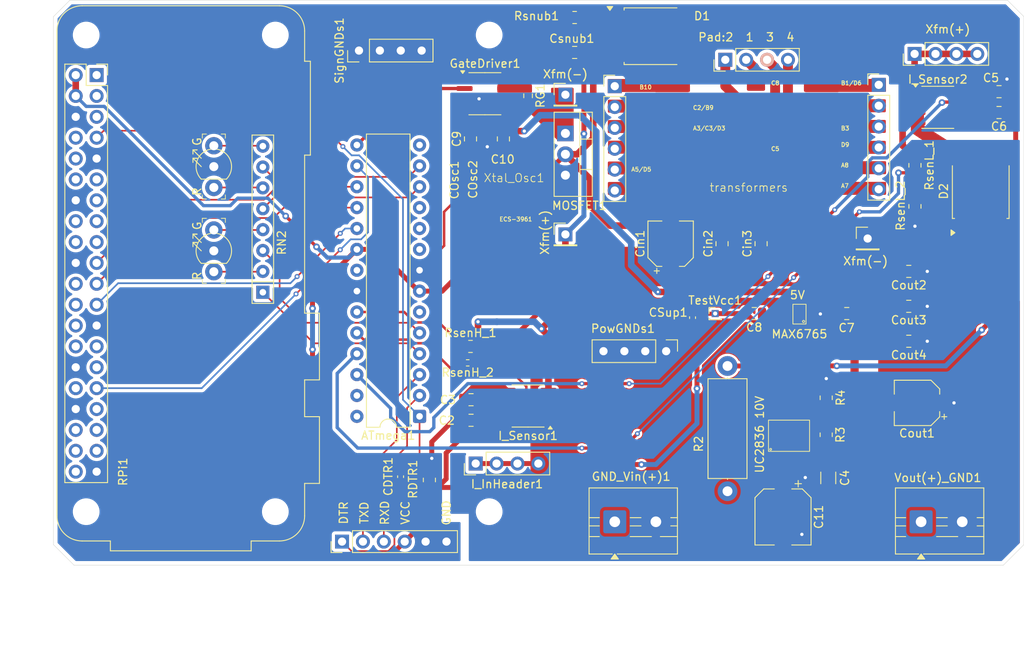
<source format=kicad_pcb>
(kicad_pcb (version 20241229) (generator "pcbnew") (generator_version "9.0")
  (title_block (title "EV Microgrid Flyback Converter ") (company "Cal Poly, Senior Project"))
  (layers (0 "F.Cu" signal) (2 "B.Cu" signal) (13 "F.Paste" user) (15 "B.Paste" user) (5 "F.SilkS" user "F.Silkscreen") (7 "B.SilkS" user "B.Silkscreen") (1 "F.Mask" user) (3 "B.Mask" user) (25 "Edge.Cuts" user))
  (net 0 "")
  (net 1 "/+5Vcc")
  (net 2 "AGND")
  (net 3 "Net-(I_Sensor1-FILTER)")
  (net 4 "PGND")
  (net 5 "/+10Vcc")
  (net 6 "Net-(I_Sensor2-FILTER)")
  (net 7 "Net-(MAX6765-ENABLE)")
  (net 8 "Net-(MAX6765-OUT)")
  (net 9 "/DTR")
  (net 10 "/!Reset")
  (net 11 "Net-(D1-A)")
  (net 12 "/Vin(+)")
  (net 13 "/Vout(+)")
  (net 14 "Net-(D1-K)")
  (net 15 "Net-(D2-A)")
  (net 17 "/PWM")
  (net 19 "Net-(GateDriver1-~{OUT_A})")
  (net 22 "Net-(I_outHeader1-Pin_1)")
  (net 23 "Net-(T1-AA)")
  (net 24 "/IH")
  (net 25 "/IL")
  (net 26 "Net-(UC2836_10V1-Shutdown)")
  (net 27 "/Red1")
  (net 28 "/Green1")
  (net 29 "Net-(D3-A1)")
  (net 30 "Net-(D3-A2)")
  (net 31 "Net-(D4-A2)")
  (net 32 "/Red2")
  (net 33 "/Green2")
  (net 34 "Net-(D4-A1)")
  (net 35 "/VH")
  (net 37 "/VL")
  (net 38 "/SCLK")
  (net 39 "Net-(ATmega1-XTAL1{slash}PB6)")
  (net 40 "Net-(ATmega1-XTAL2{slash}PB7)")
  (net 41 "unconnected-(ATmega1-AREF-Pad21)")
  (net 42 "/!SS")
  (net 43 "/MOSI")
  (net 44 "/RXD")
  (net 46 "/TXD")
  (net 47 "/ProReset")
  (net 48 "/MISO")
  (net 49 "Net-(UC2836_10V1-Driver_Sink)")
  (net 50 "Net-(UC2836_10V1-Feedback)")
  (net 52 "unconnected-(ATmega1-PC4-Pad27)")
  (net 53 "unconnected-(ATmega1-PB0-Pad14)")
  (net 66 "Net-(RPi1-3V3-Pad1)")
  (net 81 "Net-(MOSFET1-G)")
  (footprint "Capacitor_SMD:C_0201_0603Metric" (layer "F.Cu") (at 136.01 80.13 -90)
    (property "Reference" "COsc2")
    (property "Value" "22pF" (hide yes))
  )
  (footprint "Capacitor_SMD:C_0805_2012Metric" (layer "F.Cu") (at 170.21 93.13 180)
    (property "Reference" "C8")
    (property "Value" "0.1u" (hide yes))
  )
  (footprint "Capacitor_SMD:C_0805_2012Metric" (layer "F.Cu") (at 189 92.25 180)
    (property "Reference" "Cout3")
    (property "Value" "5u" (hide yes))
  )
  (footprint "Capacitor_SMD:C_0201_0603Metric" (layer "F.Cu") (at 133.75 80.13 -90)
    (property "Reference" "COsc1")
    (property "Value" "22pF" (hide yes))
  )
  (footprint "Resistor_SMD:R_0805_2012Metric" (layer "F.Cu") (at 178.96 103.38 -90)
    (property "Reference" "R4")
    (property "Value" "2.5k" (hide yes))
  )
  (footprint "Connector_PinHeader_2.54mm:PinHeader_1x01_P2.54mm_Vertical" (layer "F.Cu") (at 184 84)
    (property "Reference" "REF**" (hide yes))
    (property "Value" "PinHeader_1x01_P2.54mm_Vertical" (hide yes))
  )
  (footprint "Capacitor_SMD:C_0805_2012Metric" (layer "F.Cu") (at 189 88 180)
    (property "Reference" "Cout2")
    (property "Value" "5u" (hide yes))
  )
  (footprint "Resistor_SMD:R_0805_2012Metric" (layer "F.Cu") (at 130.71 113.38 -90)
    (property "Reference" "RDTR1")
    (property "Value" "10k" (hide yes))
  )
  (footprint "Capacitor_SMD:C_0805_2012Metric" (layer "F.Cu") (at 166.294415 84.63 90)
    (property "Reference" "Cin2")
    (property "Value" "5u" (hide yes))
  )
  (footprint "FlybackSpecialtyComps:LED_3pin_P2.54mm" (layer "F.Cu") (at 104.5 77.79 90)
    (property "Reference" "D4" (hide yes))
    (property "Value" "LED_Dual_AKA" (hide yes))
  )
  (footprint "Capacitor_SMD:C_0805_2012Metric" (layer "F.Cu") (at 189 96.5 180)
    (property "Reference" "Cout4")
    (property "Value" "5u" (hide yes))
  )
  (footprint "Package_SO:SOIC-8_3.9x4.9mm_P1.27mm" (layer "F.Cu") (at 192.525 68.035)
    (property "Reference" "I_Sensor2")
    (property "Value" "ACS712xLCTR-05B" (hide yes))
  )
  (footprint "Package_SO:SOIC-8_3.9x4.9mm_P1.27mm" (layer "F.Cu") (at 137.46 66.38)
    (property "Reference" "GateDriver1")
    (property "Value" "TC4426xOA" (hide yes))
  )
  (footprint "Connector_PinHeader_1.00mm:PinHeader_1x01_P1.00mm_Vertical" (layer "F.Cu") (at 165.46 93.13)
    (property "Reference" "TestVcc1")
    (property "Value" "Conn_01x01_Pin" (hide yes))
  )
  (footprint "FlybackSpecialtyComps:transformers" (layer "F.Cu") (at 160.21 65.38)
    (property "Reference" "T1" (hide yes))
    (property "Value" "Transformer_1P_1S" (hide yes))
  )
  (footprint "Capacitor_SMD:CP_Elec_5x4.5" (layer "F.Cu") (at 160.044415 84.63 90)
    (property "Reference" "Cin1")
    (property "Value" "10u" (hide yes))
  )
  (footprint "Package_TO_SOT_SMD:TO-252-3_TabPin2" (layer "F.Cu") (at 197.75 78.25 90)
    (property "Reference" "D2")
    (property "Value" "D" (hide yes))
  )
  (footprint "Resistor_THT:R_Array_SIP8" (layer "F.Cu") (at 110.46 90.54 90)
    (property "Reference" "RN2")
    (property "Value" "R_Pack04_SIP" (hide yes))
  )
  (footprint "Resistor_SMD:R_0805_2012Metric" (layer "F.Cu") (at 148.3725 57.105)
    (property "Reference" "Rsnub1")
    (property "Value" "110" (hide yes))
  )
  (footprint "Capacitor_SMD:C_0805_2012Metric" (layer "F.Cu") (at 135.71 71.88 90)
    (property "Reference" "C9")
    (property "Value" "10u" (hide yes))
  )
  (footprint "Connector_PinHeader_2.54mm:PinHeader_1x04_P2.54mm_Vertical" (layer "F.Cu") (at 136.34 111.38 90)
    (property "Reference" "I_InHeader1")
    (property "Value" "Conn_01x04_Pin" (hide yes))
  )
  (footprint "Capacitor_SMD:C_0805_2012Metric" (layer "F.Cu") (at 181.46 93.13)
    (property "Reference" "C7")
    (property "Value" "10u" (hide yes))
  )
  (footprint "Capacitor_SMD:C_0805_2012Metric" (layer "F.Cu") (at 148.3725 61.355)
    (property "Reference" "Csnub1")
    (property "Value" "4n" (hide yes))
  )
  (footprint "Capacitor_SMD:CP_Elec_5x4.5" (layer "F.Cu") (at 190 104 180)
    (property "Reference" "Cout1")
    (property "Value" "15u" (hide yes))
  )
  (footprint "Capacitor_SMD:C_0402_1005Metric" (layer "F.Cu") (at 162.71 93.63 -90)
    (property "Reference" "CSup1")
    (property "Value" "1uF" (hide yes))
  )
  (footprint "Capacitor_SMD:C_0805_2012Metric" (layer "F.Cu") (at 135.776297 106.116938 180)
    (property "Reference" "C2")
    (property "Value" "0.1u" (hide yes))
  )
  (footprint "Capacitor_SMD:C_0805_2012Metric" (layer "F.Cu") (at 199.975 66.13)
    (property "Reference" "C5")
    (property "Value" "0.1u" (hide yes))
  )
  (footprint "Connector_PinHeader_2.54mm:PinHeader_1x04_P2.54mm_Vertical" (layer "F.Cu") (at 159.5 97.71 -90)
    (property "Reference" "PowGNDs1")
    (property "Value" "Conn_01x04_Pin" (hide yes))
  )
  (footprint "FlybackSpecialtyComps:Max6765" (layer "F.Cu") (at 177.21 94.13 180)
    (property "Reference" "MAX6765")
    (property "Value" "5V Regulator" (hide yes))
  )
  (footprint "FlybackSpecialtyComps:FTDI_USB_TTL_Header" (layer "F.Cu") (at 120.09 120.88 90)
    (property "Reference" "Header1" (hide yes))
    (property "Value" "Conn_01x06_Male" (hide yes))
  )
  (footprint "Resistor_SMD:R_0805_2012Metric" (layer "F.Cu") (at 135.71 97.13)
    (property "Reference" "RsenH_1")
    (property "Value" "120k" (hide yes))
  )
  (footprint "Connector_PinHeader_2.54mm:PinHeader_1x04_P2.54mm_Vertical" (layer "F.Cu") (at 189.71 61.535 90)
    (property "Reference" "Xfm(+)")
    (property "Value" "Conn_01x04_Pin" (hide yes))
  )
  (footprint "Package_SO:SOIC-8_3.9x4.9mm_P1.27mm" (layer "F.Cu") (at 142.71 104.38 180)
    (property "Reference" "I_Sensor1")
    (property "Value" "ACS712xLCTR-05B" (hide yes))
  )
  (footprint "Resistor_SMD:R_0402_1005Metric_Pad0.72x0.64mm_HandSolder" (layer "F.Cu") (at 135.370389 99.13 180)
    (property "Reference" "RsenH_2")
    (property "Value" "10k" (hide yes))
  )
  (footprint "FlybackSpecialtyComps:FTDI_USB_TTL_Header" (layer "F.Cu") (at 185.349725 65.298571)
    (property "Reference" "Header1" (hide yes))
    (property "Value" "Conn_01x06_Male" (hide yes))
  )
  (footprint "Capacitor_SMD:C_0402_1005Metric" (layer "F.Cu") (at 127.21 112.98 -90)
    (property "Reference" "CDTR1")
    (property "Value" "1uF" (hide yes))
  )
  (footprint "Resistor_SMD:R_0805_2012Metric" (layer "F.Cu") (at 189.75 75.0875 -90)
    (property "Reference" "RsenL_1")
    (property "Value" "120k" (hide yes))
  )
  (footprint "Capacitor_SMD:C_0805_2012Metric" (layer "F.Cu") (at 139.71 71.88 90)
    (property "Reference" "C10")
    (property "Value" "0.1u" (hide yes))
  )
  (footprint "Resistor_SMD:R_0805_2012Metric" (layer "F.Cu") (at 178.96 107.88 90)
    (property "Reference" "R3")
    (property "Value" "7500" (hide yes))
  )
  (footprint "FlybackSpecialtyComps:LED_3pin_P2.54mm" (layer "F.Cu") (at 104.5 88.04 90)
    (property "Reference" "D3" (hide yes))
    (property "Value" "LED_Dual_AKA" (hide yes))
  )
  (footprint "Connector_PinHeader_2.54mm:PinHeader_1x01_P2.54mm_Vertical" (layer "F.Cu") (at 147.25 83.5)
    (property "Reference" "REF**" (hide yes))
    (property "Value" "PinHeader_1x01_P2.54mm_Vertical" (hide yes))
  )
  (footprint "Connector_PinHeader_2.54mm:PinHeader_1x01_P2.54mm_Vertical" (layer "F.Cu") (at 147.25 66.5)
    (property "Reference" "REF**" (hide yes))
    (property "Value" "PinHeader_1x01_P2.54mm_Vertical" (hide yes))
  )
  (footprint "Capacitor_SMD:C_0805_2012Metric" (layer "F.Cu") (at 171.044415 84.63 90)
    (property "Reference" "Cin3")
    (property "Value" "5u" (hide yes))
  )
  (footprint "TerminalBlock:TerminalBlock_MaiXu_MX126-5.0-02P_1x02_P5.00mm" (layer "F.Cu") (at 153.25 118.4675)
    (property "Reference" "GND_Vin(+)1")
    (property "Value" "Screw_Terminal_01x02" (hide yes))
  )
  (footprint "Package_DIP:DIP-28_W7.62mm" (layer "F.Cu") (at 129.515 105.64 180)
    (property "Reference" "ATmega1")
    (property "Value" "ATmega328P-P" (hide yes))
  )
  (footprint "FlybackSpecialtyComps:UC2836" (layer "F.Cu") (at 172.46 110.87 90)
    (property "Reference" "UC2836_10V1" (hide yes))
    (property "Value" "10V Regulator" (hide yes))
  )
  (footprint "Package_TO_SOT_THT:TO-220-3_Vertical" (layer "F.Cu") (at 147.25 71.21 -90)
    (property "Reference" "MOSFET1")
    (property "Value" "IRF540N" (hide yes))
  )
  (footprint "Capacitor_SMD:C_0805_2012Metric" (layer "F.Cu") (at 135.776297 103.616938)
    (property "Reference" "C3")
    (property "Value" "1n" (hide yes))
  )
  (footprint "Connector_PinHeader_2.54mm:PinHeader_1x04_P2.54mm_Vertical" (layer "F.Cu") (at 122.15 61.13 90)
    (property "Reference" "SignGNDs1")
    (property "Value" "Conn_01x04_Pin" (hide yes))
  )
  (footprint "Resistor_SMD:R_0603_1608Metric" (layer "F.Cu") (at 142.71 66.63 -90)
    (property "Reference" "RG1")
    (property "Value" "0" (hide yes))
  )
  (footprint "FlybackSpecialtyComps:Raspberry_Pi_Zero_and_Four" (layer "F.Cu") (at 90.25 64.11)
    (property "Reference" "RPi1")
    (property "Value" "Raspberry_Pi_2_3")
  )
  (footprint "Resistor_SMD:R_0805_2012Metric" (layer "F.Cu") (at 189.75 80.0875 -90)
    (property "Reference" "RsenL_2")
    (property "Value" "10k" (hide yes))
  )
  (footprint "Connector_PinHeader_2.54mm:PinHeader_1x04_P2.54mm_Vertical" (layer "F.Cu") (at 166.69 62.25 90)
    (property "Reference" "I_InHeader1" (hide yes))
    (property "Value" "Conn_01x04_Pin" (hide yes))
  )
  (footprint "Capacitor_SMD:C_1206_3216Metric" (layer "F.Cu") (at 179.21 113.13 -90)
    (property "Reference" "C4")
    (property "Value" "30u" (hide yes))
  )
  (footprint "TerminalBlock:TerminalBlock_MaiXu_MX126-5.0-02P_1x02_P5.00mm" (layer "F.Cu") (at 190.5 118.4675)
    (property "Reference" "Vout(+)_GND1")
    (property "Value" "Screw_Terminal_01x02" (hide yes))
  )
  (footprint "Capacitor_SMD:C_0805_2012Metric" (layer "F.Cu") (at 199.975 68.668596 180)
    (property "Reference" "C6")
    (property "Value" "1n" (hide yes))
  )
  (footprint "FlybackSpecialtyComps:oscillator" (layer "F.Cu") (at 139.72 78.215)
    (property "Reference" "Xtal_Osc1")
    (property "Value" "ASCO" (hide yes))
  )
  (footprint "Resistor_THT:R_Axial_DIN0414_L11.9mm_D4.5mm_P15.24mm_Horizontal" (layer "F.Cu") (at 166.96 114.75 90)
    (property "Reference" "R2")
    (property "Value" "0.1" (hide yes))
  )
  (footprint "Capacitor_SMD:CP_Elec_6.3x7.7" (layer "F.Cu") (at 173.71 117.88 -90)
    (property "Reference" "C11")
    (property "Value" "30u" (hide yes))
  )
  (footprint "Package_TO_SOT_SMD:TO-252-3_TabPin2" (layer "F.Cu") (at 157.7 59.38)
    (property "Reference" "D1")
    (property "Value" "D" (hide yes))
  )
  (footprint "FlybackSpecialtyComps:FTDI_USB_TTL_Header" (layer "F.Cu") (at 153.25 65.46)
    (property "Reference" "Header1" (hide yes))
    (property "Value" "Conn_01x06_Male" (hide yes))
  )
  (gr_line (start 87 55) (end 85 57) (stroke (width 0.05)) (layer "Edge.Cuts"))
  (gr_line (start 85 57) (end 85 121.25) (stroke (width 0.05)) (layer "Edge.Cuts"))
  (gr_line (start 203 121.25) (end 200.5 123.75) (stroke (width 0.05)) (layer "Edge.Cuts"))
  (gr_line (start 201 55) (end 203 57) (stroke (width 0.05)) (layer "Edge.Cuts"))
  (gr_line (start 201 55) (end 87 55) (stroke (width 0.05)) (layer "Edge.Cuts"))
  (gr_line (start 87.5 123.75) (end 85 121.25) (stroke (width 0.05)) (layer "Edge.Cuts"))
  (gr_line (start 203 57) (end 203 121.25) (stroke (width 0.05)) (layer "Edge.Cuts"))
  (gr_line (start 200.5 123.75) (end 87.5 123.75) (stroke (width 0.05)) (layer "Edge.Cuts"))
  (gr_text "Pad:2  1  3  4" (at 169.25 59.5 0) (layer "F.SilkS") (effects (font (size 1 1))))
  (gr_text "Xfm(+)" (at 144.75 83.25 90) (layer "F.SilkS") (effects (font (size 1 1))))
  (gr_text "Xfm(-)" (at 183.75 86.75 0) (layer "F.SilkS") (effects (font (size 1 1))))
  (gr_text "5V" (at 175.46 90.88 0) (layer "F.SilkS") (effects (font (size 1 1))))
  (gr_text "Xfm(-)" (at 147.25 64 0) (layer "F.SilkS") (effects (font (size 1 1))))
  (segment (start 127.71 120.88) (end 130.71 117.88) (width 0.6) (layer "F.Cu") (net 1))
  (segment (start 162.71 93.15) (end 165.44 93.15) (width 0.5) (layer "F.Cu") (net 1))
  (segment (start 165.46 93.13) (end 169.26 93.13) (width 0.6) (layer "F.Cu") (net 1))
  (segment (start 163.25 102.25) (end 163.25 99.14) (width 0.6) (layer "F.Cu") (net 1))
  (segment (start 121.895 85.32) (end 116.5 90.715) (width 0.6) (layer "F.Cu") (net 1))
  (segment (start 175.63 99.5) (end 169.26 93.13) (width 0.6) (layer "F.Cu") (net 1))
  (segment (start 130.71 117.88) (end 130.71 114.2925) (width 0.6) (layer "F.Cu") (net 1))
  (segment (start 116.5 97.5) (end 116.5 120.75) (width 0.6) (layer "F.Cu") (net 1))
  (segment (start 140.235 106.355) (end 140.21 106.38) (width 0.2) (layer "F.Cu") (net 1))
  (segment (start 180.25 99.5) (end 175.63 99.5) (width 0.6) (layer "F.Cu") (net 1))
  (segment (start 199.025 66.13) (end 195 66.13) (width 0.5) (layer "F.Cu") (net 1))
  (segment (start 156.5 111.5) (end 149.5 111.5) (width 0.6) (layer "F.Cu") (net 1))
  (segment (start 87.71 66.65) (end 87.71 64.11) (width 0.8) (layer "F.Cu") (net 1))
  (segment (start 116.5 90.715) (end 116.5 92.5) (width 0.6) (layer "F.Cu") (net 1))
  (segment (start 140.235 106.285) (end 136.894359 106.285) (width 0.5) (layer "F.Cu") (net 1))
  (segment (start 132.75 110.093235) (end 136.726297 106.116938) (width 0.6) (layer "F.Cu") (net 1))
  (segment (start 129.4 90.4) (end 124.32 85.32) (width 0.6) (layer "F.Cu") (net 1))
  (segment (start 199.025 64.725) (end 200.25 63.5) (width 0.6) (layer "F.Cu") (net 1))
  (segment (start 129.515 90.4) (end 132.275 90.4) (width 0.6) (layer "F.Cu") (net 1))
  (segment (start 140.235 106.285) (end 140.235 106.355) (width 0.2) (layer "F.Cu") (net 1))
  (segment (start 149.5 111.5) (end 146.7075 114.2925) (width 0.6) (layer "F.Cu") (net 1))
  (segment (start 124.32 85.32) (end 121.895 85.32) (width 0.6) (layer "F.Cu") (net 1))
  (segment (start 202 91) (end 197.875 95.125) (width 0.6) (layer "F.Cu") (net 1))
  (segment (start 130.71 114.2925) (end 131.7075 114.2925) (width 0.6) (layer "F.Cu") (net 1))
  (segment (start 118.5 122.75) (end 125.84 122.75) (width 0.6) (layer "F.Cu") (net 1))
  (segment (start 125.84 122.75) (end 127.71 120.88) (width 0.6) (layer "F.Cu") (net 1))
  (segment (start 136.894359 106.285) (end 136.726297 106.116938) (width 0.2) (layer "F.Cu") (net 1))
  (segment (start 199.025 66.13) (end 199.025 64.725) (width 0.6) (layer "F.Cu") (net 1))
  (segment (start 132.275 90.4) (end 142.26 80.415) (width 0.6) (layer "F.Cu") (net 1))
  (segment (start 113.237525 81.262475) (end 116.987525 85.012475) (width 0.4) (layer "F.Cu") (net 1))
  (segment (start 202 64) (end 202 91) (width 0.6) (layer "F.Cu") (net 1))
  (segment (start 131.7075 114.2925) (end 132.75 113.25) (width 0.6) (layer "F.Cu") (net 1))
  (segment (start 201.5 63.5) (end 202 64) (width 0.6) (layer "F.Cu") (net 1))
  (segment (start 163.25 99.14) (end 169.26 93.13) (width 0.6) (layer "F.Cu") (net 1))
  (segment (start 116.5 120.75) (end 118.5 122.75) (width 0.6) (layer "F.Cu") (net 1))
  (segment (start 200.25 63.5) (end 201.5 63.5) (width 0.6) (layer "F.Cu") (net 1))
  (segment (start 146.7075 114.2925) (end 130.71 114.2925) (width 0.6) (layer "F.Cu") (net 1))
  (segment (start 132.75 113.25) (end 132.75 110.093235) (width 0.6) (layer "F.Cu") (net 1))
  (segment (start 129.515 90.4) (end 129.4 90.4) (width 0.6) (layer "F.Cu") (net 1))
  (via (at 197.875 95.125) (size 0.8) (drill 0.4) (layers "F.Cu" "B.Cu") (net 1))
  (via (at 180.25 99.5) (size 0.8) (drill 0.4) (layers "F.Cu" "B.Cu") (net 1))
  (via (at 156.5 111.5) (size 0.8) (drill 0.4) (layers "F.Cu" "B.Cu") (net 1))
  (via (at 116.5 92.5) (size 0.8) (drill 0.4) (layers "F.Cu" "B.Cu") (net 1))
  (via (at 116.987525 85.012475) (size 0.8) (drill 0.4) (layers "F.Cu" "B.Cu") (net 1))
  (via (at 116.5 97.5) (size 0.8) (drill 0.4) (layers "F.Cu" "B.Cu") (net 1))
  (via (at 163.25 102.25) (size 0.8) (drill 0.4) (layers "F.Cu" "B.Cu") (net 1))
  (via (at 113.237525 81.262475) (size 0.8) (drill 0.4) (layers "F.Cu" "B.Cu") (net 1))
  (segment (start 88.982174 67.922174) (end 91.172174 67.922174) (width 0.4) (layer "B.Cu") (net 1))
  (segment (start 107.406655 79.093345) (end 111.068395 79.093345) (width 0.4) (layer "B.Cu") (net 1))
  (segment (start 197.875 95.125) (end 193.5 99.5) (width 0.6) (layer "B.Cu") (net 1))
  (segment (start 103.25 80) (end 106.5 80) (width 0.4) (layer "B.Cu") (net 1))
  (segment (start 120.8959 86.3191) (end 121.895 85.32) (width 0.5) (layer "B.Cu") (net 1))
  (segment (start 111.068395 79.093345) (end 113.237525 81.262475) (width 0.4) (layer "B.Cu") (net 1))
  (segment (start 163.25 106.5) (end 163.25 102.25) (width 0.6) (layer "B.Cu") (net 1))
  (segment (start 87.71 66.65) (end 88.982174 67.922174) (width 0.4) (layer "B.Cu") (net 1))
  (segment (start 158.25 111.5) (end 163.25 106.5) (width 0.6) (layer "B.Cu") (net 1))
  (segment (start 193.5 99.5) (end 180.25 99.5) (width 0.6) (layer "B.Cu") (net 1))
  (segment (start 91.172174 67.922174) (end 103.25 80) (width 0.4) (layer "B.Cu") (net 1))
  (segment (start 118.29415 86.3191) (end 120.8959 86.3191) (width 0.5) (layer "B.Cu") (net 1))
  (segment (start 106.5 80) (end 107.406655 79.093345) (width 0.4) (layer "B.Cu") (net 1))
  (segment (start 116.5 92.5) (end 116.5 97.5) (width 0.6) (layer "B.Cu") (net 1))
  (segment (start 156.5 111.5) (end 158.25 111.5) (width 0.6) (layer "B.Cu") (net 1))
  (segment (start 116.987525 85.012475) (end 118.29415 86.3191) (width 0.5) (layer "B.Cu") (net 1))
  (segment (start 140.235 102.475) (end 139.851951 102.091951) (width 0.5) (layer "F.Cu") (net 2))
  (segment (start 135.908049 102.091951) (end 134.826297 103.173703) (width 0.5) (layer "F.Cu") (net 2))
  (segment (start 132.5 84.875) (end 132.5 80.75) (width 0.3) (layer "F.Cu") (net 2))
  (segment (start 136.520432 79.299568) (end 141.175432 79.299568) (width 0.4) (layer "F.Cu") (net 2))
  (segment (start 134.826297 103.173703) (end 134.826297 103.616938) (width 0.5) (layer "F.Cu") (net 2))
  (segment (start 131 110.75) (end 131 108.75) (width 0.6) (layer "F.Cu") (net 2))
  (segment (start 134.826297 106.116938) (end 134.826297 103.616938) (width 0.8) (layer "F.Cu") (net 2))
  (segment (start 139.851951 102.091951) (end 135.908049 102.091951) (width 0.5) (layer "F.Cu") (net 2))
  (segment (start 195 69.94) (end 199.653596 69.94) (width 0.5) (layer "F.Cu") (net 2))
  (segment (start 133.633062 106.116938) (end 134.826297 106.116938) (width 0.6) (layer "F.Cu") (net 2))
  (segment (start 131 108.75) (end 133.633062 106.116938) (width 0.6) (layer "F.Cu") (net 2))
  (segment (start 141.175432 79.299568) (end 142.26 78.215) (width 0.4) (layer "F.Cu") (net 2))
  (segment (start 133.75 79.81) (end 136.01 79.81) (width 0.3) (layer "F.Cu") (net 2))
  (segment (start 129.515 87.86) (end 132.5 84.875) (width 0.3) (layer "F.Cu") (net 2))
  (segment (start 136.01 79.81) (end 136.520432 79.299568) (width 0.4) (layer "F.Cu") (net 2))
  (segment (start 133.44 79.81) (end 133.75 79.81) (width 0.3) (layer "F.Cu") (net 2))
  (segment (start 200.925 66.13) (end 200.925 68.668596) (width 0.8) (layer "F.Cu") (net 2))
  (segment (start 132.5 80.75) (end 133.44 79.81) (width 0.3) (layer "F.Cu") (net 2))
  (segment (start 200.925 66.13) (end 200.925 64.60971) (width 0.6) (layer "F.Cu") (net 2))
  (segment (start 199.653596 69.94) (end 200.925 68.668596) (width 0.5) (layer "F.Cu") (net 2))
  (via (at 131 110.75) (size 0.8) (drill 0.4) (layers "F.Cu" "B.Cu") (net 2))
  (via (at 200.9378 64.59691) (size 0.8) (drill 0.4) (layers "F.Cu" "B.Cu") (net 2))
  (segment (start 136.854359 103.745) (end 136.726297 103.616938) (width 0.2) (layer "F.Cu") (net 3))
  (segment (start 140.235 103.745) (end 136.854359 103.745) (width 0.5) (layer "F.Cu") (net 3))
  (segment (start 135.71 72.83) (end 137.75 72.83) (width 0.6) (layer "F.Cu") (net 4))
  (segment (start 134.985 67.015) (end 136.735 67.015) (width 0.6) (layer "F.Cu") (net 4))
  (segment (start 175 110.87) (end 175 111.669999) (width 0.6) (layer "F.Cu") (net 4))
  (segment (start 189.95 96.5) (end 191.25 96.5) (width 0.6) (layer "F.Cu") (net 4))
  (segment (start 192.2 104) (end 194.5 104) (width 0.6) (layer "F.Cu") (net 4))
  (segment (start 177.21 93.18) (end 178.25 93.18) (width 0.4) (layer "F.Cu") (net 4))
  (segment (start 189.75 81) (end 189.75 82.5) (width 0.6) (layer "F.Cu") (net 4))
  (segment (start 189.95 92.25) (end 191.25 92.25) (width 0.6) (layer "F.Cu") (net 4))
  (segment (start 175 111.669999) (end 176.415 113.085) (width 0.6) (layer "F.Cu") (net 4))
  (segment (start 162.71 94.75) (end 159.75 97.71) (width 0.4) (layer "F.Cu") (net 4))
  (segment (start 175.42 120.58) (end 176 120) (width 0.6) (layer "F.Cu") (net 4))
  (segment (start 177.935001 114.605) (end 179.21 114.605) (width 0.6) (layer "F.Cu") (net 4))
  (segment (start 189.95 88) (end 191.25 88) (width 0.6) (layer "F.Cu") (net 4))
  (segment (start 178.96 102.4675) (end 178.96 101.053977) (width 0.6) (layer "F.Cu") (net 4))
  (segment (start 173.71 120.58) (end 175.42 120.58) (width 0.6) (layer "F.Cu") (net 4))
  (segment (start 162.71 94.11) (end 162.71 94.75) (width 0.4) (layer "F.Cu") (net 4))
  (segment (start 137.75 72.83) (end 139.71 72.83) (width 0.6) (layer "F.Cu") (net 4))
  (segment (start 176.415 113.085) (end 177.935001 114.605) (width 0.6) (layer "F.Cu") (net 4))
  (via (at 189.75 82.5) (size 0.8) (drill 0.4) (layers "F.Cu" "B.Cu") (net 4))
  (via (at 191.25 88) (size 0.8) (drill 0.4) (layers "F.Cu" "B.Cu") (net 4))
  (via (at 136.75 67) (size 0.8) (drill 0.4) (layers "F.Cu" "B.Cu") (net 4))
  (via (at 176.415 113.085) (size 0.8) (drill 0.4) (layers "F.Cu" "B.Cu") (net 4))
  (via (at 176 120) (size 0.8) (drill 0.4) (layers "F.Cu" "B.Cu") (net 4))
  (via (at 178.25 93.18) (size 0.8) (drill 0.4) (layers "F.Cu" "B.Cu") (net 4))
  (via (at 194.5 104) (size 0.8) (drill 0.4) (layers "F.Cu" "B.Cu") (net 4))
  (via (at 191.25 92.25) (size 0.8) (drill 0.4) (layers "F.Cu" "B.Cu") (net 4))
  (via (at 137.75 72.83) (size 0.8) (drill 0.4) (layers "F.Cu" "B.Cu") (net 4))
  (via (at 178.970104 101.043873) (size 0.8) (drill 0.4) (layers "F.Cu" "B.Cu") (net 4))
  (via (at 191.25 96.5) (size 0.8) (drill 0.4) (layers "F.Cu" "B.Cu") (net 4))
  (segment (start 139.71 70.93) (end 142.25 70.93) (width 0.8) (layer "F.Cu") (net 5))
  (segment (start 180.2075 108.7925) (end 182.41 106.59) (width 1) (layer "F.Cu") (net 5))
  (segment (start 142.25 70.93) (end 142.43 70.93) (width 0.2) (layer "F.Cu") (net 5))
  (segment (start 158.5 90.5) (end 181 90.5) (width 0.8) (layer "F.Cu") (net 5))
  (segment (start 182.41 106.59) (end 182.41 93.13) (width 1) (layer "F.Cu") (net 5))
  (segment (start 178.96 108.7925) (end 180.2075 108.7925) (width 1) (layer "F.Cu") (net 5))
  (segment (start 181 90.5) (end 182.41 91.91) (width 0.8) (layer "F.Cu") (net 5))
  (segment (start 182.41 91.91) (end 182.41 93.13) (width 0.8) (layer "F.Cu") (net 5))
  (via (at 158.5 90.5) (size 0.6) (drill 0.3) (layers "F.Cu" "B.Cu") (net 5))
  (via (at 142.25 70.93) (size 0.8) (drill 0.4) (layers "F.Cu" "B.Cu") (net 5))
  (segment (start 155.25 87.25) (end 155.25 84.5) (width 0.8) (layer "B.Cu") (net 5))
  (segment (start 144.18 69) (end 142.25 70.93) (width 0.8) (layer "B.Cu") (net 5))
  (segment (start 151 71) (end 149 69) (width 0.8) (layer "B.Cu") (net 5))
  (segment (start 155.25 84.5) (end 151 80.25) (width 0.8) (layer "B.Cu") (net 5))
  (segment (start 158.5 90.5) (end 155.25 87.25) (width 0.8) (layer "B.Cu") (net 5))
  (segment (start 151 80.25) (end 151 71) (width 0.8) (layer "B.Cu") (net 5))
  (segment (start 149 69) (end 144.18 69) (width 0.8) (layer "B.Cu") (net 5))
  (segment (start 195.001404 68.668596) (end 195 68.67) (width 0.2) (layer "F.Cu") (net 6))
  (segment (start 199.025 68.668596) (end 195.001404 68.668596) (width 0.5) (layer "F.Cu") (net 6))
  (segment (start 176.61 92.23) (end 177.21 92.23) (width 0.3) (layer "F.Cu") (net 7))
  (segment (start 176.21 93.484999) (end 176.21 92.63) (width 0.3) (layer "F.Cu") (net 7))
  (segment (start 180.51 93.13) (end 179.61 92.23) (width 0.4) (layer "F.Cu") (net 7))
  (segment (start 176.21 92.63) (end 176.61 92.23) (width 0.3) (layer "F.Cu") (net 7))
  (segment (start 177.21 94.13) (end 176.855001 94.13) (width 0.3) (layer "F.Cu") (net 7))
  (segment (start 179.61 92.23) (end 177.21 92.23) (width 0.4) (layer "F.Cu") (net 7))
  (segment (start 176.855001 94.13) (end 176.21 93.484999) (width 0.3) (layer "F.Cu") (net 7))
  (segment (start 172.16 94.13) (end 171.16 93.13) (width 0.4) (layer "F.Cu") (net 8))
  (segment (start 174.21 94.13) (end 172.16 94.13) (width 0.4) (layer "F.Cu") (net 8))
  (segment (start 120.09 120.88) (end 120.21 120.88) (width 0.2) (layer "F.Cu") (net 9))
  (segment (start 125.709058 122.031) (end 126.456223 121.283835) (width 0.2) (layer "F.Cu") (net 9))
  (segment (start 127.21 114.79) (end 127.21 113.46) (width 0.2) (layer "F.Cu") (net 9))
  (segment (start 121.241 122.031) (end 125.709058 122.031) (width 0.2) (layer "F.Cu") (net 9))
  (segment (start 120.09 120.88) (end 121.241 122.031) (width 0.2) (layer "F.Cu") (net 9))
  (segment (start 126.456223 115.543777) (end 127.21 114.79) (width 0.2) (layer "F.Cu") (net 9))
  (segment (start 126.456223 121.283835) (end 126.456223 115.543777) (width 0.2) (layer "F.Cu") (net 9))
  (segment (start 91.1 70.88) (end 90.25 71.73) (width 0.2) (layer "F.Cu") (net 10))
  (segment (start 130.71 112.4675) (end 129.5 111.2575) (width 0.2) (layer "F.Cu") (net 10))
  (segment (start 129.5 111.2575) (end 129.5 110.75) (width 0.2) (layer "F.Cu") (net 10))
  (segment (start 118.25995 70.88) (end 91.1 70.88) (width 0.2) (layer "F.Cu") (net 10))
  (segment (start 129.515 110.735) (end 129.515 105.64) (width 0.2) (layer "F.Cu") (net 10))
  (segment (start 127.21 112.5) (end 130.6775 112.5) (width 0.2) (layer "F.Cu") (net 10))
  (segment (start 120.189975 72.810025) (end 118.25995 70.88) (width 0.2) (layer "F.Cu") (net 10))
  (segment (start 129.5 110.75) (end 129.515 110.735) (width 0.2) (layer "F.Cu") (net 10))
  (via (at 120.189975 72.810025) (size 0.6) (drill 0.3) (layers "F.Cu" "B.Cu") (net 10))
  (segment (start 121.258059 73.878109) (end 122.170159 73.878109) (width 0.2) (layer "B.Cu") (net 10))
  (segment (start 122.170159 73.878109) (end 127.5 79.20795) (width 0.2) (layer "B.Cu") (net 10))
  (segment (start 120.189975 72.810025) (end 121.258059 73.878109) (width 0.2) (layer "B.Cu") (net 10))
  (segment (start 127.5 103.625) (end 129.515 105.64) (width 0.2) (layer "B.Cu") (net 10))
  (segment (start 127.5 79.20795) (end 127.5 103.625) (width 0.2) (layer "B.Cu") (net 10))
  (segment (start 148.679888 73.75) (end 150.635233 71.794655) (width 0.8) (layer "F.Cu") (net 11))
  (segment (start 150.635233 60.182658) (end 151.437891 59.38) (width 0.8) (layer "F.Cu") (net 11))
  (segment (start 150.25 76.75) (end 147.25 73.75) (width 0.8) (layer "F.Cu") (net 11))
  (segment (start 160.044415 82.43) (end 152.68 82.43) (width 0.8) (layer "F.Cu") (net 11))
  (segment (start 144.75 92.25) (end 144.75 76.25) (width 0.6) (layer "F.Cu") (net 11))
  (segment (start 150.635233 71.794655) (end 150.635233 60.182658) (width 0.8) (layer "F.Cu") (net 11))
  (segment (start 135.967889 99.13) (end 137.87 99.13) (width 0.6) (layer "F.Cu") (net 11))
  (segment (start 144.75 76.25) (end 147.25 73.75) (width 0.6) (layer "F.Cu") (net 11))
  (segment (start 147.25 73.75) (end 148.679888 73.75) (width 0.8) (layer "F.Cu") (net 11))
  (segment (start 152.66 59.38) (end 158.96 59.38) (width 0.8) (layer "F.Cu") (net 11))
  (segment (start 150.25 80) (end 150.25 76.75) (width 0.8) (layer "F.Cu") (net 11))
  (segment (start 152.68 82.43) (end 150.25 80) (width 0.8) (layer "F.Cu") (net 11))
  (segment (start 151.437891 59.38) (end 152.66 59.38) (width 0.8) (layer "F.Cu") (net 11))
  (segment (start 137.87 99.13) (end 144.75 92.25) (width 0.6) (layer "F.Cu") (net 11))
  (segment (start 145.095 105.015) (end 144.96 104.88) (width 0.2) (layer "F.Cu") (net 12))
  (segment (start 145.185 105.015) (end 145.095 105.015) (width 0.2) (layer "F.Cu") (net 12))
  (segment (start 143.96 107.51) (end 143.96 111.38) (width 0.6) (layer "F.Cu") (net 12))
  (segment (start 145.185 106.285) (end 143.96 107.51) (width 0.6) (layer "F.Cu") (net 12))
  (segment (start 143.96 111.38) (end 136.34 111.38) (width 0.6) (layer "F.Cu") (net 12))
  (segment (start 149.285 57.105) (end 152.655 57.105) (width 0.7) (layer "F.Cu") (net 14))
  (segment (start 149.3225 61.355) (end 149.3225 57.1425) (width 0.7) (layer "F.Cu") (net 14))
  (segment (start 152.655 57.105) (end 152.66 57.1) (width 0.7) (layer "F.Cu") (net 14))
  (segment (start 121.895 72.62) (end 128.77 65.745) (width 0.4) (layer "F.Cu") (net 17))
  (segment (start 128.77 65.745) (end 134.985 65.745) (width 0.4) (layer "F.Cu") (net 17))
  (segment (start 188.25 68.225001) (end 188.25 72.675) (width 0.8) (layer "F.Cu") (net 22))
  (segment (start 188.25 72.675) (end 189.75 74.175) (width 0.8) (layer "F.Cu") (net 22))
  (segment (start 189.71 61.535) (end 197.33 61.535) (width 0.8) (layer "F.Cu") (net 22))
  (segment (start 189.075001 67.4) (end 188.25 68.225001) (width 0.8) (layer "F.Cu") (net 22))
  (segment (start 190.05 67.4) (end 189.075001 67.4) (width 0.8) (layer "F.Cu") (net 22))
  (segment (start 189.71 65.675449) (end 189.71 61.535) (width 0.8) (layer "F.Cu") (net 22))
  (segment (start 190.016097 65.981546) (end 189.71 65.675449) (width 0.8) (layer "F.Cu") (net 22))
  (segment (start 145.185 100.412163) (end 145.185 102.475) (width 0.8) (layer "F.Cu") (net 23))
  (segment (start 145.189865 95.831061) (end 145.189865 100.407298) (width 0.8) (layer "F.Cu") (net 23))
  (segment (start 147.25 92.07445) (end 147.25 83.5) (width 0.8) (layer "F.Cu") (net 23))
  (segment (start 136.6225 97.13) (end 136.6225 94.1275) (width 0.8) (layer "F.Cu") (net 23))
  (segment (start 147.4225 62.1725) (end 149.5 64.25) (width 0.6) (layer "F.Cu") (net 23))
  (segment (start 144.341627 94.982823) (end 145.189865 95.831061) (width 0.8) (layer "F.Cu") (net 23))
  (segment (start 145.189865 100.407298) (end 145.185 100.412163) (width 0.8) (layer "F.Cu") (net 23))
  (segment (start 147.4225 61.355) (end 147.4225 57.1425) (width 0.7) (layer "F.Cu") (net 23))
  (segment (start 144.341627 94.982823) (end 147.25 92.07445) (width 0.8) (layer "F.Cu") (net 23))
  (segment (start 149.5 64.25) (end 149.5 71.25) (width 0.6) (layer "F.Cu") (net 23))
  (segment (start 147.4225 61.355) (end 147.4225 62.1725) (width 0.6) (layer "F.Cu") (net 23))
  (via (at 136.6225 94.1275) (size 0.8) (drill 0.4) (layers "F.Cu" "B.Cu") (net 23))
  (via (at 149.5 71.25) (size 0.8) (drill 0.4) (layers "F.Cu" "B.Cu") (net 23))
  (via (at 144.341627 94.982823) (size 0.8) (drill 0.4) (layers "F.Cu" "B.Cu") (net 23))
  (segment (start 138.918797 94.125661) (end 138.916958 94.1275) (width 0.8) (layer "B.Cu") (net 23))
  (segment (start 144.341627 94.982823) (end 143.484465 94.125661) (width 0.8) (layer "B.Cu") (net 23))
  (segment (start 138.916958 94.1275) (end 136.6225 94.1275) (width 0.8) (layer "B.Cu") (net 23))
  (segment (start 143.484465 94.125661) (end 138.918797 94.125661) (width 0.8) (layer "B.Cu") (net 23))
  (segment (start 149.5 81.25) (end 147.25 83.5) (width 0.6) (layer "B.Cu") (net 23))
  (segment (start 149.5 71.25) (end 149.5 81.25) (width 0.6) (layer "B.Cu") (net 23))
  (segment (start 128.876257 96.743447) (end 128.43181 96.299) (width 0.3) (layer "F.Cu") (net 24))
  (segment (start 122.714 96.299) (end 121.895 95.48) (width 0.3) (layer "F.Cu") (net 24))
  (segment (start 141.735 105.015) (end 142.5 104.25) (width 0.3) (layer "F.Cu") (net 24))
  (segment (start 130.243447 96.743447) (end 128.876257 96.743447) (width 0.3) (layer "F.Cu") (net 24))
  (segment (start 140.235 105.015) (end 141.735 105.015) (width 0.3) (layer "F.Cu") (net 24))
  (segment (start 134.25 100.75) (end 130.243447 96.743447) (width 0.3) (layer "F.Cu") (net 24))
  (segment (start 141.25 100.75) (end 134.25 100.75) (width 0.3) (layer "F.Cu") (net 24))
  (segment (start 142.5 104.25) (end 142.5 102) (width 0.3) (layer "F.Cu") (net 24))
  (segment (start 128.43181 96.299) (end 122.714 96.299) (width 0.3) (layer "F.Cu") (net 24))
  (segment (start 142.5 102) (end 141.25 100.75) (width 0.3) (layer "F.Cu") (net 24))
  (segment (start 193.095219 67.4) (end 193.04 67.455219) (width 0.2) (layer "F.Cu") (net 25))
  (segment (start 195 67.4) (end 193.095219 67.4) (width 0.4) (layer "F.Cu") (net 25))
  (segment (start 149.25 101.661) (end 155 101.661) (width 0.4) (layer "F.Cu") (net 25))
  (segment (start 171.872609 88.622609) (end 179.997609 80.497609) (width 0.4) (layer "F.Cu") (net 25))
  (via (at 155 101.661) (size 0.6) (drill 0.3) (layers "F.Cu" "B.Cu") (net 25))
  (via (at 149.25 101.661) (size 0.6) (drill 0.3) (layers "F.Cu" "B.Cu") (net 25))
  (via (at 171.872609 88.622609) (size 0.6) (drill 0.3) (layers "F.Cu" "B.Cu") (net 25))
  (via (at 193.04 67.455219) (size 0.8) (drill 0.4) (layers "F.Cu" "B.Cu") (net 25))
  (via (at 179.997609 80.497609) (size 0.6) (drill 0.3) (layers "F.Cu" "B.Cu") (net 25))
  (segment (start 130.75 107.5) (end 127.75 107.5) (width 0.4) (layer "B.Cu") (net 25))
  (segment (start 186.330683 74.164536) (end 186.330683 74.182616) (width 0.4) (layer "B.Cu") (net 25))
  (segment (start 126 104.665) (end 121.895 100.56) (width 0.4) (layer "B.Cu") (net 25))
  (segment (start 131.25 105.79116) (end 131.25 107) (width 0.4) (layer "B.Cu") (net 25))
  (segment (start 131.25 107) (end 130.75 107.5) (width 0.4) (layer "B.Cu") (net 25))
  (segment (start 127.75 107.5) (end 126 105.75) (width 0.4) (layer "B.Cu") (net 25))
  (segment (start 184 74.75) (end 184 76.5) (width 0.4) (layer "B.Cu") (net 25))
  (segment (start 135.38016 101.661) (end 131.25 105.79116) (width 0.4) (layer "B.Cu") (net 25))
  (segment (start 149.25 101.661) (end 135.38016 101.661) (width 0.4) (layer "B.Cu") (net 25))
  (segment (start 179.997609 80.497609) (end 183.995218 76.5) (width 0.4) (layer "B.Cu") (net 25))
  (segment (start 155 101.661) (end 158.834218 101.661) (width 0.2) (layer "B.Cu") (net 25))
  (segment (start 183.995218 76.5) (end 184 76.5) (width 0.4) (layer "B.Cu") (net 25))
  (segment (start 193.04 67.455219) (end 186.330683 74.164536) (width 0.4) (layer "B.Cu") (net 25))
  (segment (start 158.834218 101.661) (end 171.872609 88.622609) (width 0.2) (layer "B.Cu") (net 25))
  (segment (start 184.567384 74.182616) (end 184 74.75) (width 0.4) (layer "B.Cu") (net 25))
  (segment (start 186.330683 74.182616) (end 184.567384 74.182616) (width 0.4) (layer "B.Cu") (net 25))
  (segment (start 126 105.75) (end 126 104.665) (width 0.4) (layer "B.Cu") (net 25))
  (segment (start 173.73 110.87) (end 173.73 115.16) (width 0.4) (layer "F.Cu") (net 26))
  (segment (start 116.67 96.75) (end 128.245 96.75) (width 0.2) (layer "F.Cu") (net 27))
  (segment (start 110.46 90.54) (end 116.67 96.75) (width 0.2) (layer "F.Cu") (net 27))
  (segment (start 128.245 96.75) (end 129.515 98.02) (width 0.2) (layer "F.Cu") (net 27))
  (segment (start 129.515 95.48) (end 128.285 94.25) (width 0.2) (layer "F.Cu") (net 28))
  (segment (start 115.5 94.25) (end 112.5 91.25) (width 0.2) (layer "F.Cu") (net 28))
  (segment (start 128.285 94.25) (end 115.5 94.25) (width 0.2) (layer "F.Cu") (net 28))
  (segment (start 112.5 91.25) (end 112.5 87.5) (width 0.2) (layer "F.Cu") (net 28))
  (segment (start 112.5 87.5) (end 110.46 85.46) (width 0.2) (layer "F.Cu") (net 28))
  (segment (start 104.46 88.04) (end 110.42 88.04) (width 0.2) (layer "F.Cu") (net 29))
  (segment (start 104.46 82.96) (end 110.42 82.96) (width 0.2) (layer "F.Cu") (net 30))
  (segment (start 104.5 72.71) (end 110.41 72.71) (width 0.2) (layer "F.Cu") (net 31))
  (segment (start 110.46 80.38) (end 111.84 79) (width 0.2) (layer "F.Cu") (net 32))
  (segment (start 128.215 79) (end 129.515 77.7) (width 0.2) (layer "F.Cu") (net 32))
  (segment (start 111.84 79) (end 128.215 79) (width 0.2) (layer "F.Cu") (net 32))
  (segment (start 128.175 76.5) (end 129.515 75.16) (width 0.2) (layer "F.Cu") (net 33))
  (segment (start 111.66 76.5) (end 128.175 76.5) (width 0.2) (layer "F.Cu") (net 33))
  (segment (start 110.46 75.3) (end 111.66 76.5) (width 0.2) (layer "F.Cu") (net 33))
  (segment (start 104.5 77.79) (end 110.41 77.79) (width 0.2) (layer "F.Cu") (net 34))
  (segment (start 128.920208 94.214326) (end 131.881826 94.214326) (width 0.3) (layer "F.Cu") (net 35))
  (segment (start 131.881826 94.214326) (end 134.7975 97.13) (width 0.3) (layer "F.Cu") (net 35))
  (segment (start 134.7975 97.13) (end 134.7975 99.105389) (width 0.4) (layer "F.Cu") (net 35))
  (segment (start 121.895 92.94) (end 127.645882 92.94) (width 0.3) (layer "F.Cu") (net 35))
  (segment (start 127.645882 92.94) (end 128.920208 94.214326) (width 0.3) (layer "F.Cu") (net 35))
  (segment (start 187.75 76) (end 189.75 76) (width 0.4) (layer "F.Cu") (net 37))
  (segment (start 175 88.75) (end 183 80.75) (width 0.4) (layer "F.Cu") (net 37))
  (segment (start 154.25 109.5) (end 156 107.75) (width 0.4) (layer "F.Cu") (net 37))
  (segment (start 149.25 109.5) (end 154.25 109.5) (width 0.4) (layer "F.Cu") (net 37))
  (segment (start 189.75 76) (end 189.75 79.175) (width 0.8) (layer "F.Cu") (net 37))
  (via (at 156 107.75) (size 0.6) (drill 0.3) (layers "F.Cu" "B.Cu") (net 37))
  (via (at 149.25 109.5) (size 0.6) (drill 0.3) (layers "F.Cu" "B.Cu") (net 37))
  (via (at 183 80.75) (size 0.6) (drill 0.3) (layers "F.Cu" "B.Cu") (net 37))
  (via (at 175 88.75) (size 0.6) (drill 0.3) (layers "F.Cu" "B.Cu") (net 37))
  (via (at 187.75 76) (size 0.8) (drill 0.4) (layers "F.Cu" "B.Cu") (net 37))
  (segment (start 119.5 107) (end 119.5 100.415) (width 0.4) (layer "B.Cu") (net 37))
  (segment (start 149.25 109.5) (end 122 109.5) (width 0.4) (layer "B.Cu") (net 37))
  (segment (start 187.75 76) (end 187.75 78.5) (width 0.4) (layer "B.Cu") (net 37))
  (segment (start 156 107.75) (end 175 88.75) (width 0.2) (layer "B.Cu") (net 37))
  (segment (start 185.5 80.75) (end 183 80.75) (width 0.4) (layer "B.Cu") (net 37))
  (segment (start 122 109.5) (end 119.5 107) (width 0.4) (layer "B.Cu") (net 37))
  (segment (start 187.75 78.5) (end 185.5 80.75) (width 0.4) (layer "B.Cu") (net 37))
  (segment (start 119.5 100.415) (end 121.895 98.02) (width 0.4) (layer "B.Cu") (net 37))
  (segment (start 114.625 88.625) (end 119.875 83.375) (width 0.2) (layer "F.Cu") (net 38))
  (via (at 114.625 88.625) (size 0.6) (drill 0.3) (layers "F.Cu" "B.Cu") (net 38))
  (via (at 119.875 83.375) (size 0.6) (drill 0.3) (layers "F.Cu" "B.Cu") (net 38))
  (segment (start 114.625 88.625) (end 113.811 89.439) (width 0.2) (layer "B.Cu") (net 38))
  (segment (start 92.861 89.439) (end 90.25 92.05) (width 0.2) (layer "B.Cu") (net 38))
  (segment (start 119.875 83.375) (end 120.47 82.78) (width 0.2) (layer "B.Cu") (net 38))
  (segment (start 113.811 89.439) (end 92.861 89.439) (width 0.2) (layer "B.Cu") (net 38))
  (segment (start 120.47 82.78) (end 121.895 82.78) (width 0.2) (layer "B.Cu") (net 38))
  (segment (start 139.685 80.45) (end 136.01 80.45) (width 0.3) (layer "F.Cu") (net 39))
  (segment (start 114.49605 90.74605) (end 119.87105 85.37105) (width 0.2) (layer "F.Cu") (net 42))
  (via (at 119.87105 85.37105) (size 0.6) (drill 0.3) (layers "F.Cu" "B.Cu") (net 42))
  (via (at 114.49605 90.74605) (size 0.6) (drill 0.3) (layers "F.Cu" "B.Cu") (net 42))
  (segment (start 123.25 76.515) (end 123.25 83.25) (width 0.2) (layer "B.Cu") (net 42))
  (segment (start 121.895 75.16) (end 123.25 76.515) (width 0.2) (layer "B.Cu") (net 42))
  (segment (start 121.143059 84.099041) (end 119.87105 85.37105) (width 0.2) (layer "B.Cu") (net 42))
  (segment (start 114.49605 90.74605) (end 103.0321 102.21) (width 0.2) (layer "B.Cu") (net 42))
  (segment (start 103.0321 102.21) (end 90.25 102.21) (width 0.2) (layer "B.Cu") (net 42))
  (segment (start 123.25 83.25) (end 122.400959 84.099041) (width 0.2) (layer "B.Cu") (net 42))
  (segment (start 122.400959 84.099041) (end 121.143059 84.099041) (width 0.2) (layer "B.Cu") (net 42))
  (segment (start 97.941 79.279) (end 90.25 86.97) (width 0.2) (layer "F.Cu") (net 43))
  (segment (start 121.895 77.7) (end 112.15705 77.7) (width 0.2) (layer "F.Cu") (net 43))
  (segment (start 112.15705 77.7) (end 110.57805 79.279) (width 0.2) (layer "F.Cu") (net 43))
  (segment (start 110.57805 79.279) (end 97.941 79.279) (width 0.2) (layer "F.Cu") (net 43))
  (segment (start 125.17 112.08) (end 128 109.25) (width 0.2) (layer "F.Cu") (net 44))
  (segment (start 128 104.615) (end 129.515 103.1) (width 0.2) (layer "F.Cu") (net 44))
  (segment (start 128 109.25) (end 128 104.615) (width 0.2) (layer "F.Cu") (net 44))
  (segment (start 125.17 120.88) (end 125.17 112.08) (width 0.2) (layer "F.Cu") (net 44))
  (segment (start 126.75 103.325) (end 129.515 100.56) (width 0.2) (layer "F.Cu") (net 46))
  (segment (start 122.63 120.88) (end 122.63 112.62) (width 0.2) (layer "F.Cu") (net 46))
  (segment (start 122.63 112.62) (end 126.75 108.5) (width 0.2) (layer "F.Cu") (net 46))
  (segment (start 126.75 108.5) (end 126.75 103.325) (width 0.2) (layer "F.Cu") (net 46))
  (segment (start 113.01 80.24) (end 111.75 81.5) (width 0.2) (layer "F.Cu") (net 48))
  (segment (start 98.26 81.5) (end 90.25 89.51) (width 0.2) (layer "F.Cu") (net 48))
  (segment (start 108.25 81.5) (end 98.26 81.5) (width 0.2) (layer "F.Cu") (net 48))
  (segment (start 121.895 80.24) (end 113.01 80.24) (width 0.2) (layer "F.Cu") (net 48))
  (segment (start 111.75 81.5) (end 108.25 81.5) (width 0.2) (layer "F.Cu") (net 48))
  (segment (start 173.73 105.13) (end 173.73 104.330001) (width 0.6) (layer "F.Cu") (net 49))
  (segment (start 168.909999 99.51) (end 166.96 99.51) (width 0.6) (layer "F.Cu") (net 49))
  (segment (start 173.73 104.330001) (end 168.909999 99.51) (width 0.6) (layer "F.Cu") (net 49))
  (segment (start 178.96 104.2925) (end 178.96 106.9675) (width 0.5) (layer "F.Cu") (net 50))
  (segment (start 178.96 106.9675) (end 173.497501 106.9675) (width 0.5) (layer "F.Cu") (net 50))
  (segment (start 172.46 105.929999) (end 172.46 105.13) (width 0.5) (layer "F.Cu") (net 50))
  (segment (start 173.497501 106.9675) (end 172.46 105.929999) (width 0.5) (layer "F.Cu") (net 50))
  (segment (start 172.75 68.971362) (end 172.75 63.23) (width 1.2) (layer "F.Cu") (net 52))
  (segment (start 170.421 70.386) (end 171.335362 70.386) (width 1.2) (layer "F.Cu") (net 52))
  (segment (start 169.23 62.25) (end 170.25 63.27) (width 1.2) (layer "F.Cu") (net 52))
  (segment (start 172.75 63.23) (end 171.77 62.25) (width 1.2) (layer "F.Cu") (net 52))
  (segment (start 171.335362 70.386) (end 172.75 68.971362) (width 1.2) (layer "F.Cu") (net 52))
  (segment (start 166.69 65.44) (end 166.69 62.25) (width 1.2) (layer "F.Cu") (net 52))
  (segment (start 170.25 63.27) (end 170.25 65.209) (width 1.2) (layer "F.Cu") (net 52))
  (segment (start 171.361 72.889) (end 174.31 69.94) (width 1.2) (layer "F.Cu") (net 52))
  (segment (start 174.31 69.94) (end 174.31 62.25) (width 1.2) (layer "F.Cu") (net 52))
  (segment (start 170.421 72.889) (end 171.361 72.889) (width 1.2) (layer "F.Cu") (net 52))
  (segment (start 169.133 67.883) (end 166.69 65.44) (width 1.2) (layer "F.Cu") (net 52))
  (segment (start 170.421 67.883) (end 169.133 67.883) (width 1.2) (layer "F.Cu") (net 52))
  (zone (net 13) (net_name "/Vout(+)") (layer "F.Cu") (priority 3) (connect_pads yes (clearance 0.3)) (min_thickness 0.25) (fill yes (thermal_gap 0.5) (thermal_bridge_width 0.5))
    (polygon (pts (xy 185.368478 82) (xy 196.5 82) (xy 196.5 85) (xy 202.998803 85) (xy 202.973974 121.25) (xy 185.182459 121.25)))
  )
  (zone (net 11) (net_name "Net-(D1-A)") (layer "F.Cu") (priority 12) (connect_pads yes (clearance 0)) (min_thickness 0.25) (fill yes (thermal_gap 0.5) (thermal_bridge_width 0.5) (island_removal_mode 1) (island_area_min 10))
    (polygon (pts (xy 159.334415 81) (xy 172.084415 81) (xy 172.084415 84.25) (xy 159.334415 84.25)))
  )
  (zone (net 41) (net_name "unconnected-(ATmega1-AREF-Pad21)") (layer "F.Cu") (priority 11) (connect_pads yes (clearance 0)) (min_thickness 0.25) (fill yes (thermal_gap 0.5) (thermal_bridge_width 0.5) (island_removal_mode 1) (island_area_min 10))
    (polygon (pts (xy 152.410254 74.628387) (xy 162.365565 74.628387) (xy 162.365565 76.210073) (xy 152.410254 76.210073)))
  )
  (zone (net 49) (net_name "Net-(UC2836_10V1-Driver_Sink)") (layer "F.Cu") (priority 1) (connect_pads yes (clearance 0)) (min_thickness 0.25) (fill yes (thermal_gap 0.5) (thermal_bridge_width 0.5))
    (polygon (pts (xy 173.622987 105.781217) (xy 175.085932 105.781217) (xy 175.085932 104.455854) (xy 173.622987 104.455854)))
  )
  (zone (net 12) (net_name "/Vin(+)") (layer "F.Cu") (priority 5) (connect_pads yes (clearance 0.3)) (min_thickness 0.25) (fill yes (thermal_gap 0.5) (thermal_bridge_width 0.5))
    (polygon (pts (xy 148.25 96.25) (xy 143 96.25) (xy 143 123.752933) (xy 174.25 123.752933) (xy 174.25 103.5) (xy 174.25 99) (xy 174.25 90.75) (xy 179.75 90.75) (xy 179.75 85) (xy 148.25 85)))
  )
  (zone (net 5) (net_name "/+10Vcc") (layer "F.Cu") (priority 2) (connect_pads yes (clearance 0)) (min_thickness 0.25) (fill yes (thermal_gap 0.5) (thermal_bridge_width 0.5))
    (polygon (pts (xy 135.21 71.13) (xy 135.21 69.13) (xy 137.96 66.88) (xy 140.71 66.88) (xy 140.71 71.13)))
  )
  (zone (net 19) (net_name "Net-(GateDriver1-~{OUT_A})") (layer "F.Cu") (priority 9) (connect_pads yes (clearance 0.4)) (min_thickness 0.25) (fill yes (thermal_gap 0.5) (thermal_bridge_width 0.5))
    (polygon (pts (xy 138.969653 65.25) (xy 138.969653 66.25) (xy 143.183638 66.25) (xy 143.183638 65.25)))
  )
  (zone (net 41) (net_name "unconnected-(ATmega1-AREF-Pad21)") (layer "F.Cu") (priority 11) (connect_pads yes (clearance 0)) (min_thickness 0.25) (fill yes (thermal_gap 0.5) (thermal_bridge_width 0.5) (island_removal_mode 1) (island_area_min 10))
    (polygon (pts (xy 152.425885 64.588888) (xy 162.381196 64.588888) (xy 162.381196 66.170574) (xy 152.425885 66.170574)))
  )
  (zone (net 15) (net_name "Net-(D2-A)") (layer "F.Cu") (priority 4) (connect_pads yes (clearance 0.5)) (min_thickness 0.25) (fill yes (thermal_gap 0.5) (thermal_bridge_width 0.5))
    (polygon (pts (xy 197.25 83) (xy 198.25 83) (xy 198.25 79.25) (xy 197.25 79.25)))
  )
  (zone (net 53) (net_name "unconnected-(ATmega1-PB0-Pad14)") (layer "F.Cu") (priority 11) (connect_pads yes (clearance 0)) (min_thickness 0.25) (fill yes (thermal_gap 0.5) (thermal_bridge_width 0.5) (island_removal_mode 1) (island_area_min 10))
    (polygon (pts (xy 176.251709 69.564467) (xy 186.20702 69.564467) (xy 186.20702 71.146153) (xy 176.251709 71.146153)))
  )
  (zone (net 15) (net_name "Net-(D2-A)") (layer "F.Cu") (connect_pads yes (clearance 0)) (min_thickness 0.25) (fill yes (thermal_gap 0.5) (thermal_bridge_width 0.5))
    (polygon (pts (xy 189.255853 68.558052) (xy 189.255853 70.058052) (xy 190.846022 70.058052) (xy 190.846022 68.558052)))
  )
  (zone (net 53) (net_name "unconnected-(ATmega1-PB0-Pad14)") (layer "F.Cu") (priority 11) (connect_pads yes (clearance 0)) (min_thickness 0.25) (fill yes (thermal_gap 0.5) (thermal_bridge_width 0.5) (island_removal_mode 1) (island_area_min 10))
    (polygon (pts (xy 176.286599 74.588643) (xy 186.24191 74.588643) (xy 186.24191 76.170329) (xy 176.286599 76.170329)))
  )
  (zone (net 53) (net_name "unconnected-(ATmega1-PB0-Pad14)") (layer "F.Cu") (priority 11) (connect_pads yes (clearance 0)) (min_thickness 0.25) (fill yes (thermal_gap 0.5) (thermal_bridge_width 0.5) (island_removal_mode 1) (island_area_min 10))
    (polygon (pts (xy 176.251709 67.052379) (xy 186.20702 67.052379) (xy 186.20702 68.634065) (xy 176.251709 68.634065)))
  )
  (zone (net 53) (net_name "unconnected-(ATmega1-PB0-Pad14)") (layer "F.Cu") (priority 11) (connect_pads yes (clearance 0)) (min_thickness 0.25) (fill yes (thermal_gap 0.5) (thermal_bridge_width 0.5) (island_removal_mode 1) (island_area_min 10))
    (polygon (pts (xy 176.274786 64.575182) (xy 186.230097 64.575182) (xy 186.230097 66.156868) (xy 176.274786 66.156868)))
  )
  (zone (net 5) (net_name "/+10Vcc") (layer "F.Cu") (priority 13) (connect_pads yes (clearance 0.2)) (min_thickness 0.25) (fill yes (thermal_gap 0.5) (thermal_bridge_width 0.5))
    (polygon (pts (xy 175.982143 108.293237) (xy 175.982143 112.236215) (xy 181.25 112.236215) (xy 181.25 108.293237)))
  )
  (zone (net 41) (net_name "unconnected-(ATmega1-AREF-Pad21)") (layer "F.Cu") (priority 11) (connect_pads yes (clearance 0.2)) (min_thickness 0.25) (fill yes (thermal_gap 0.5) (thermal_bridge_width 0.5) (island_removal_mode 1) (island_area_min 10))
    (polygon (pts (xy 152.410254 77.117215) (xy 162.365565 77.117215) (xy 162.365565 78.698901) (xy 152.410254 78.698901)))
  )
  (zone (net 22) (net_name "Net-(I_outHeader1-Pin_1)") (layer "F.Cu") (connect_pads yes (clearance 0)) (min_thickness 0.25) (fill yes (thermal_gap 0.5) (thermal_bridge_width 0.5))
    (polygon (pts (xy 189.276429 66.044415) (xy 189.276429 67.544415) (xy 190.866598 67.544415) (xy 190.866598 66.044415)))
  )
  (zone (net 41) (net_name "unconnected-(ATmega1-AREF-Pad21)") (layer "F.Cu") (priority 11) (connect_pads yes (clearance 0)) (min_thickness 0.25) (fill yes (thermal_gap 0.5) (thermal_bridge_width 0.5) (island_removal_mode 1) (island_area_min 10))
    (polygon (pts (xy 152.433514 72.093039) (xy 162.388825 72.093039) (xy 162.388825 73.674725) (xy 152.433514 73.674725)))
  )
  (zone (net 23) (net_name "Net-(T1-AA)") (layer "F.Cu") (connect_pads yes (clearance 0.1)) (min_thickness 0.25) (fill yes (thermal_gap 0.5) (thermal_bridge_width 0.5))
    (polygon (pts (xy 145.950824 103.88) (xy 145.950824 102.38) (xy 144.360655 102.38) (xy 144.360655 103.88)))
  )
  (zone (net 15) (net_name "Net-(D2-A)") (layer "F.Cu") (priority 8) (connect_pads yes (clearance 0.4)) (min_thickness 0.25) (fill yes (thermal_gap 0.5) (thermal_bridge_width 0.5))
    (polygon (pts (xy 189.25 69.75) (xy 189.25 71.083333) (xy 195.5 75.25) (xy 198.75 75.25) (xy 190.826021 70.240785) (xy 190.5 70) (xy 190.5 69.75)))
  )
  (zone (net 41) (net_name "unconnected-(ATmega1-AREF-Pad21)") (layer "F.Cu") (priority 11) (connect_pads yes (clearance 0)) (min_thickness 0.25) (fill yes (thermal_gap 0.5) (thermal_bridge_width 0.5) (island_removal_mode 1) (island_area_min 10))
    (polygon (pts (xy 152.41227 67.100975) (xy 162.367581 67.100975) (xy 162.367581 68.682661) (xy 152.41227 68.682661)))
  )
  (zone (net 81) (net_name "Net-(MOSFET1-G)") (layer "F.Cu") (priority 10) (connect_pads yes (clearance 0)) (min_thickness 0.25) (fill yes (thermal_gap 0.5) (thermal_bridge_width 0.5) (island_removal_mode 1) (island_area_min 10))
    (polygon (pts (xy 142.267032 68.080014) (xy 146.25 72) (xy 148.25 72) (xy 148.25 65.654701) (xy 145.503242 65.654701) (xy 145.503242 67.051607) (xy 142.267032 67.049193)))
  )
  (zone (net 53) (net_name "unconnected-(ATmega1-PB0-Pad14)") (layer "F.Cu") (priority 11) (connect_pads yes (clearance 0)) (min_thickness 0.25) (fill yes (thermal_gap 0.5) (thermal_bridge_width 0.5) (island_removal_mode 1) (island_area_min 10))
    (polygon (pts (xy 176.251709 72.111445) (xy 186.20702 72.111445) (xy 186.20702 73.693131) (xy 176.251709 73.693131)))
  )
  (zone (net 41) (net_name "unconnected-(ATmega1-AREF-Pad21)") (layer "F.Cu") (priority 11) (connect_pads yes (clearance 0)) (min_thickness 0.25) (fill yes (thermal_gap 0.5) (thermal_bridge_width 0.5) (island_removal_mode 1) (island_area_min 10))
    (polygon (pts (xy 152.405493 69.580951) (xy 162.360804 69.580951) (xy 162.360804 71.162637) (xy 152.405493 71.162637)))
  )
  (zone (net 53) (net_name "unconnected-(ATmega1-PB0-Pad14)") (layer "F.Cu") (priority 11) (connect_pads yes (clearance 0)) (min_thickness 0.25) (fill yes (thermal_gap 0.5) (thermal_bridge_width 0.5) (island_removal_mode 1) (island_area_min 10))
    (polygon (pts (xy 176.286599 77.100731) (xy 186.24191 77.100731) (xy 186.24191 78.682417) (xy 176.286599 78.682417)))
  )
  (zone (net 2) (net_name "AGND") (layer "B.Cu") (priority 7) (connect_pads yes (clearance 0.4)) (min_thickness 0.25) (fill yes (thermal_gap 0.5) (thermal_bridge_width 0.5))
    (polygon (pts (xy 87.5 123.75) (xy 85 121.25) (xy 85 57) (xy 87 55) (xy 201 55) (xy 203 57) (xy 203 71) (xy 187.75 71) (xy 187.75 65.25) (xy 132.25 65.25) (xy 132.25 118.5) (xy 134.5 118.5) (xy 134.5 123.75)))
  )
  (zone (net 4) (net_name "PGND") (layer "B.Cu") (priority 6) (connect_pads yes (clearance 0.4)) (min_thickness 0.25) (fill yes (thermal_gap 0.5) (thermal_bridge_width 0.5))
    (polygon (pts (xy 133.25 66.25) (xy 133.25 117.5) (xy 135.5 117.5) (xy 135.5 123.75) (xy 200.5 123.75) (xy 203 121.25) (xy 203 72) (xy 186.75 72) (xy 186.75 66.25)))
  )
)
</source>
